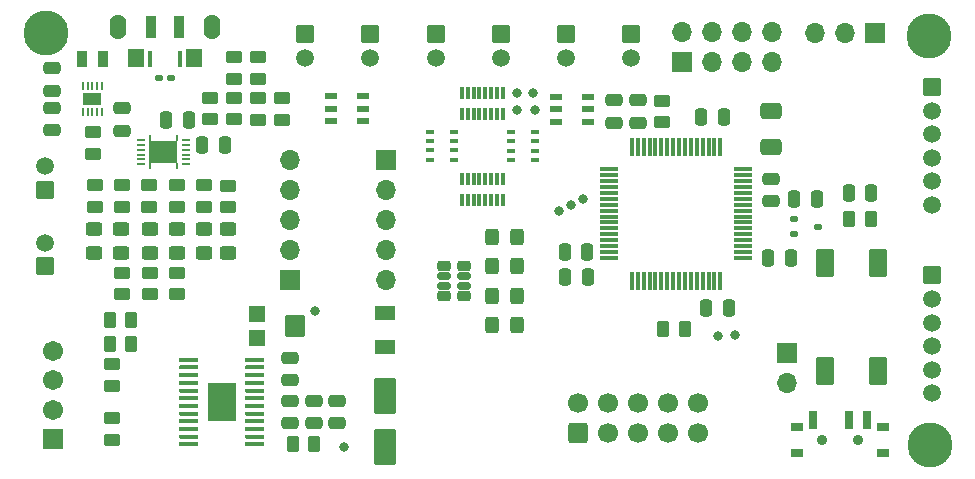
<source format=gbr>
%TF.GenerationSoftware,KiCad,Pcbnew,8.0.8*%
%TF.CreationDate,2025-03-17T17:43:28-04:00*%
%TF.ProjectId,tuner time,74756e65-7220-4746-996d-652e6b696361,rev?*%
%TF.SameCoordinates,Original*%
%TF.FileFunction,Soldermask,Top*%
%TF.FilePolarity,Negative*%
%FSLAX46Y46*%
G04 Gerber Fmt 4.6, Leading zero omitted, Abs format (unit mm)*
G04 Created by KiCad (PCBNEW 8.0.8) date 2025-03-17 17:43:28*
%MOMM*%
%LPD*%
G01*
G04 APERTURE LIST*
G04 Aperture macros list*
%AMRoundRect*
0 Rectangle with rounded corners*
0 $1 Rounding radius*
0 $2 $3 $4 $5 $6 $7 $8 $9 X,Y pos of 4 corners*
0 Add a 4 corners polygon primitive as box body*
4,1,4,$2,$3,$4,$5,$6,$7,$8,$9,$2,$3,0*
0 Add four circle primitives for the rounded corners*
1,1,$1+$1,$2,$3*
1,1,$1+$1,$4,$5*
1,1,$1+$1,$6,$7*
1,1,$1+$1,$8,$9*
0 Add four rect primitives between the rounded corners*
20,1,$1+$1,$2,$3,$4,$5,0*
20,1,$1+$1,$4,$5,$6,$7,0*
20,1,$1+$1,$6,$7,$8,$9,0*
20,1,$1+$1,$8,$9,$2,$3,0*%
%AMFreePoly0*
4,1,21,-0.300000,0.050000,-0.296194,0.069134,-0.285355,0.085355,-0.269134,0.096194,-0.250000,0.100000,0.250000,0.100000,0.269134,0.096194,0.285355,0.085355,0.296194,0.069134,0.300000,0.050000,0.300000,-0.050000,0.296194,-0.069134,0.285355,-0.085355,0.269134,-0.096194,0.250000,-0.100000,-0.250000,-0.100000,-0.269134,-0.096194,-0.285355,-0.085355,-0.296194,-0.069134,-0.300000,-0.050000,
-0.300000,0.050000,-0.300000,0.050000,$1*%
G04 Aperture macros list end*
%ADD10C,0.000000*%
%ADD11RoundRect,0.075000X0.700000X0.075000X-0.700000X0.075000X-0.700000X-0.075000X0.700000X-0.075000X0*%
%ADD12RoundRect,0.075000X0.075000X0.700000X-0.075000X0.700000X-0.075000X-0.700000X0.075000X-0.700000X0*%
%ADD13R,1.600000X0.300000*%
%ADD14R,2.400000X3.280001*%
%ADD15R,1.003300X0.558800*%
%ADD16FreePoly0,180.000000*%
%ADD17RoundRect,0.050000X0.050000X-0.212500X0.050000X0.212500X-0.050000X0.212500X-0.050000X-0.212500X0*%
%ADD18R,2.450000X1.950000*%
%ADD19R,0.203200X0.660400*%
%ADD20R,1.600200X0.990600*%
%ADD21C,0.800000*%
%ADD22RoundRect,0.102000X0.700000X-1.050000X0.700000X1.050000X-0.700000X1.050000X-0.700000X-1.050000X0*%
%ADD23RoundRect,0.102000X0.654000X-0.654000X0.654000X0.654000X-0.654000X0.654000X-0.654000X-0.654000X0*%
%ADD24C,1.512000*%
%ADD25RoundRect,0.102000X-0.654000X0.654000X-0.654000X-0.654000X0.654000X-0.654000X0.654000X0.654000X0*%
%ADD26R,0.457200X1.371600*%
%ADD27R,1.422400X1.549400*%
%ADD28R,0.889000X1.905000*%
%ADD29O,1.422400X2.108200*%
%ADD30RoundRect,0.102000X-0.754000X0.754000X-0.754000X-0.754000X0.754000X-0.754000X0.754000X0.754000X0*%
%ADD31C,1.712000*%
%ADD32R,0.901700X1.397000*%
%ADD33R,1.778000X1.270000*%
%ADD34RoundRect,0.250000X-0.450000X0.325000X-0.450000X-0.325000X0.450000X-0.325000X0.450000X0.325000X0*%
%ADD35RoundRect,0.250000X-0.325000X-0.450000X0.325000X-0.450000X0.325000X0.450000X-0.325000X0.450000X0*%
%ADD36RoundRect,0.102000X-0.800000X1.400000X-0.800000X-1.400000X0.800000X-1.400000X0.800000X1.400000X0*%
%ADD37R,0.635000X0.406400*%
%ADD38RoundRect,0.250000X-0.450000X0.262500X-0.450000X-0.262500X0.450000X-0.262500X0.450000X0.262500X0*%
%ADD39RoundRect,0.250000X0.250000X0.475000X-0.250000X0.475000X-0.250000X-0.475000X0.250000X-0.475000X0*%
%ADD40RoundRect,0.250000X0.450000X-0.262500X0.450000X0.262500X-0.450000X0.262500X-0.450000X-0.262500X0*%
%ADD41RoundRect,0.250000X0.475000X-0.250000X0.475000X0.250000X-0.475000X0.250000X-0.475000X-0.250000X0*%
%ADD42RoundRect,0.250000X0.262500X0.450000X-0.262500X0.450000X-0.262500X-0.450000X0.262500X-0.450000X0*%
%ADD43RoundRect,0.250000X-0.475000X0.250000X-0.475000X-0.250000X0.475000X-0.250000X0.475000X0.250000X0*%
%ADD44RoundRect,0.250000X0.600000X-0.600000X0.600000X0.600000X-0.600000X0.600000X-0.600000X-0.600000X0*%
%ADD45C,1.700000*%
%ADD46RoundRect,0.250000X-0.250000X-0.475000X0.250000X-0.475000X0.250000X0.475000X-0.250000X0.475000X0*%
%ADD47R,1.700000X1.700000*%
%ADD48O,1.700000X1.700000*%
%ADD49RoundRect,0.250000X0.650000X-0.412500X0.650000X0.412500X-0.650000X0.412500X-0.650000X-0.412500X0*%
%ADD50RoundRect,0.112500X-0.237500X0.112500X-0.237500X-0.112500X0.237500X-0.112500X0.237500X0.112500X0*%
%ADD51RoundRect,0.126000X0.226000X0.126000X-0.226000X0.126000X-0.226000X-0.126000X0.226000X-0.126000X0*%
%ADD52C,2.600000*%
%ADD53C,3.800000*%
%ADD54RoundRect,0.101000X-0.101000X0.421000X-0.101000X-0.421000X0.101000X-0.421000X0.101000X0.421000X0*%
%ADD55RoundRect,0.250000X-0.262500X-0.450000X0.262500X-0.450000X0.262500X0.450000X-0.262500X0.450000X0*%
%ADD56RoundRect,0.101000X0.101000X-0.421000X0.101000X0.421000X-0.101000X0.421000X-0.101000X-0.421000X0*%
%ADD57RoundRect,0.221000X0.346000X0.221000X-0.346000X0.221000X-0.346000X-0.221000X0.346000X-0.221000X0*%
%ADD58RoundRect,0.171000X0.396000X0.171000X-0.396000X0.171000X-0.396000X-0.171000X0.396000X-0.171000X0*%
%ADD59RoundRect,0.102000X-0.600000X-0.600000X0.600000X-0.600000X0.600000X0.600000X-0.600000X0.600000X0*%
%ADD60RoundRect,0.102000X-0.750000X-0.800000X0.750000X-0.800000X0.750000X0.800000X-0.750000X0.800000X0*%
%ADD61R,1.000000X0.800000*%
%ADD62C,0.900000*%
%ADD63R,0.700000X1.500000*%
G04 APERTURE END LIST*
D10*
%TO.C,U5*%
G36*
X165375001Y-130250001D02*
G01*
X163775000Y-130250001D01*
X163775000Y-129949999D01*
X165375001Y-129949999D01*
X165375001Y-130250001D01*
G37*
G36*
X165375001Y-130899999D02*
G01*
X163775000Y-130899999D01*
X163775000Y-130600000D01*
X165375001Y-130600000D01*
X165375001Y-130899999D01*
G37*
G36*
X165375001Y-131550000D02*
G01*
X163775000Y-131550000D01*
X163775000Y-131249998D01*
X165375001Y-131249998D01*
X165375001Y-131550000D01*
G37*
G36*
X165375001Y-132199999D02*
G01*
X163775000Y-132199999D01*
X163775000Y-131900000D01*
X165375001Y-131900000D01*
X165375001Y-132199999D01*
G37*
G36*
X165375001Y-132850000D02*
G01*
X163775000Y-132850000D01*
X163775000Y-132549998D01*
X165375001Y-132549998D01*
X165375001Y-132850000D01*
G37*
G36*
X165375001Y-133499999D02*
G01*
X163775000Y-133499999D01*
X163775000Y-133200000D01*
X165375001Y-133200000D01*
X165375001Y-133499999D01*
G37*
G36*
X165375001Y-134150000D02*
G01*
X163775000Y-134150000D01*
X163775000Y-133849998D01*
X165375001Y-133849998D01*
X165375001Y-134150000D01*
G37*
G36*
X165375001Y-134799999D02*
G01*
X163775000Y-134799999D01*
X163775000Y-134500000D01*
X165375001Y-134500000D01*
X165375001Y-134799999D01*
G37*
G36*
X165375001Y-135450000D02*
G01*
X163775000Y-135450000D01*
X163775000Y-135149998D01*
X165375001Y-135149998D01*
X165375001Y-135450000D01*
G37*
G36*
X165375001Y-136099999D02*
G01*
X163775000Y-136099999D01*
X163775000Y-135800000D01*
X165375001Y-135800000D01*
X165375001Y-136099999D01*
G37*
G36*
X165375001Y-136750000D02*
G01*
X163775000Y-136750000D01*
X163775000Y-136449998D01*
X165375001Y-136449998D01*
X165375001Y-136750000D01*
G37*
G36*
X165375001Y-137399999D02*
G01*
X163775000Y-137399999D01*
X163775000Y-137099999D01*
X165375001Y-137099999D01*
X165375001Y-137399999D01*
G37*
G36*
X170975000Y-130250001D02*
G01*
X169374999Y-130250001D01*
X169374999Y-129950001D01*
X170975000Y-129950001D01*
X170975000Y-130250001D01*
G37*
G36*
X170975000Y-130900002D02*
G01*
X169374999Y-130900002D01*
X169374999Y-130600000D01*
X170975000Y-130600000D01*
X170975000Y-130900002D01*
G37*
G36*
X170975000Y-131550000D02*
G01*
X169374999Y-131550000D01*
X169374999Y-131250001D01*
X170975000Y-131250001D01*
X170975000Y-131550000D01*
G37*
G36*
X170975000Y-132200002D02*
G01*
X169374999Y-132200002D01*
X169374999Y-131900000D01*
X170975000Y-131900000D01*
X170975000Y-132200002D01*
G37*
G36*
X170975000Y-132850000D02*
G01*
X169374999Y-132850000D01*
X169374999Y-132550001D01*
X170975000Y-132550001D01*
X170975000Y-132850000D01*
G37*
G36*
X170975000Y-133500002D02*
G01*
X169374999Y-133500002D01*
X169374999Y-133200000D01*
X170975000Y-133200000D01*
X170975000Y-133500002D01*
G37*
G36*
X170975000Y-134150000D02*
G01*
X169374999Y-134150000D01*
X169374999Y-133850001D01*
X170975000Y-133850001D01*
X170975000Y-134150000D01*
G37*
G36*
X170975000Y-134800002D02*
G01*
X169374999Y-134800002D01*
X169374999Y-134500000D01*
X170975000Y-134500000D01*
X170975000Y-134800002D01*
G37*
G36*
X170975000Y-135450000D02*
G01*
X169374999Y-135450000D01*
X169374999Y-135150001D01*
X170975000Y-135150001D01*
X170975000Y-135450000D01*
G37*
G36*
X170975000Y-136100002D02*
G01*
X169374999Y-136100002D01*
X169374999Y-135800000D01*
X170975000Y-135800000D01*
X170975000Y-136100002D01*
G37*
G36*
X170975000Y-136750000D02*
G01*
X169374999Y-136750000D01*
X169374999Y-136450001D01*
X170975000Y-136450001D01*
X170975000Y-136750000D01*
G37*
G36*
X170975000Y-137400001D02*
G01*
X169374999Y-137400001D01*
X169374999Y-137099999D01*
X170975000Y-137099999D01*
X170975000Y-137400001D01*
G37*
%TD*%
D11*
%TO.C,U7*%
X211525000Y-121475000D03*
X211525000Y-120975000D03*
X211525000Y-120475000D03*
X211525000Y-119975000D03*
X211525000Y-119475000D03*
X211525000Y-118975000D03*
X211525000Y-118475000D03*
X211525000Y-117975000D03*
X211525000Y-117475000D03*
X211525000Y-116975000D03*
X211525000Y-116475000D03*
X211525000Y-115975000D03*
X211525000Y-115475000D03*
X211525000Y-114975000D03*
X211525000Y-114475000D03*
X211525000Y-113975000D03*
D12*
X209600000Y-112050000D03*
X209100000Y-112050000D03*
X208600000Y-112050000D03*
X208100000Y-112050000D03*
X207600000Y-112050000D03*
X207100000Y-112050000D03*
X206600000Y-112050000D03*
X206100000Y-112050000D03*
X205600000Y-112050000D03*
X205100000Y-112050000D03*
X204600000Y-112050000D03*
X204100000Y-112050000D03*
X203600000Y-112050000D03*
X203100000Y-112050000D03*
X202600000Y-112050000D03*
X202100000Y-112050000D03*
D11*
X200175000Y-113975000D03*
X200175000Y-114475000D03*
X200175000Y-114975000D03*
X200175000Y-115475000D03*
X200175000Y-115975000D03*
X200175000Y-116475000D03*
X200175000Y-116975000D03*
X200175000Y-117475000D03*
X200175000Y-117975000D03*
X200175000Y-118475000D03*
X200175000Y-118975000D03*
X200175000Y-119475000D03*
X200175000Y-119975000D03*
X200175000Y-120475000D03*
X200175000Y-120975000D03*
X200175000Y-121475000D03*
D12*
X202100000Y-123400000D03*
X202600000Y-123400000D03*
X203100000Y-123400000D03*
X203600000Y-123400000D03*
X204100000Y-123400000D03*
X204600000Y-123400000D03*
X205100000Y-123400000D03*
X205600000Y-123400000D03*
X206100000Y-123400000D03*
X206600000Y-123400000D03*
X207100000Y-123400000D03*
X207600000Y-123400000D03*
X208100000Y-123400000D03*
X208600000Y-123400000D03*
X209100000Y-123400000D03*
X209600000Y-123400000D03*
%TD*%
D13*
%TO.C,U5*%
X164575001Y-130100001D03*
X164575001Y-130750000D03*
X164575001Y-131399998D03*
X164575001Y-132049999D03*
X164575001Y-132699998D03*
X164575001Y-133349999D03*
X164575001Y-133999998D03*
X164575001Y-134649999D03*
X164575001Y-135299998D03*
X164575001Y-135949999D03*
X164575001Y-136599998D03*
X164575001Y-137249999D03*
X170174999Y-137249999D03*
X170174999Y-136600000D03*
X170174999Y-135949999D03*
X170174999Y-135300001D03*
X170174999Y-134649999D03*
X170174999Y-134000001D03*
X170174999Y-133350002D03*
X170174999Y-132700001D03*
X170174999Y-132050002D03*
X170174999Y-131400001D03*
X170174999Y-130750002D03*
X170174999Y-130100001D03*
D14*
X167375000Y-133675000D03*
%TD*%
D15*
%TO.C,U4*%
X198402550Y-109925000D03*
X198402550Y-108875000D03*
X198402550Y-107825000D03*
X195697450Y-107825000D03*
X195697450Y-108875000D03*
X195697450Y-109925000D03*
%TD*%
%TO.C,U3*%
X179377550Y-109900000D03*
X179377550Y-108850000D03*
X179377550Y-107800000D03*
X176672450Y-107800000D03*
X176672450Y-108850000D03*
X176672450Y-109900000D03*
%TD*%
D16*
%TO.C,U2*%
X164332500Y-113530000D03*
X164332500Y-113130000D03*
X164332500Y-112730000D03*
X164332500Y-112330000D03*
X164332500Y-111930000D03*
X164332500Y-111530000D03*
X160532500Y-111530000D03*
X160532500Y-111930000D03*
X160532500Y-112330000D03*
X160532500Y-112730000D03*
X160532500Y-113130000D03*
X160532500Y-113530000D03*
D17*
X163557500Y-113717500D03*
X163557500Y-111342500D03*
D18*
X162432500Y-112530000D03*
D17*
X161307500Y-113717500D03*
X161307500Y-111342500D03*
%TD*%
D19*
%TO.C,U1*%
X155624875Y-109155275D03*
X156024925Y-109155275D03*
X156424975Y-109155275D03*
X156825025Y-109155275D03*
X157225075Y-109155275D03*
X157225075Y-106894675D03*
X156825025Y-106894675D03*
X156424975Y-106894675D03*
X156024925Y-106894675D03*
X155624875Y-106894675D03*
D20*
X156424975Y-108024975D03*
%TD*%
D21*
%TO.C,TP13*%
X175275000Y-125950000D03*
%TD*%
%TO.C,TP12*%
X210825000Y-128000000D03*
%TD*%
%TO.C,TP11*%
X209400000Y-128125000D03*
%TD*%
%TO.C,TP10*%
X198000000Y-116475000D03*
%TD*%
%TO.C,TP9*%
X196925000Y-116975000D03*
%TD*%
%TO.C,TP8*%
X195975000Y-117475000D03*
%TD*%
%TO.C,TP6*%
X192375000Y-108975000D03*
%TD*%
%TO.C,TP5*%
X193875000Y-108950000D03*
%TD*%
%TO.C,TP4*%
X192375000Y-107475000D03*
%TD*%
%TO.C,TP3*%
X193700000Y-107475000D03*
%TD*%
%TO.C,TP1*%
X177725000Y-137475000D03*
%TD*%
D22*
%TO.C,SW8*%
X218475000Y-131025000D03*
X222975000Y-131025000D03*
X218475000Y-121925000D03*
X222975000Y-121925000D03*
%TD*%
D23*
%TO.C,SW7*%
X202075000Y-102525000D03*
D24*
X202075000Y-104525000D03*
%TD*%
D23*
%TO.C,SW6*%
X196545000Y-102525000D03*
D24*
X196545000Y-104525000D03*
%TD*%
D23*
%TO.C,SW5*%
X191015000Y-102525000D03*
D24*
X191015000Y-104525000D03*
%TD*%
D23*
%TO.C,SW4*%
X185485000Y-102525000D03*
D24*
X185485000Y-104525000D03*
%TD*%
D23*
%TO.C,SW3*%
X179955000Y-102525000D03*
D24*
X179955000Y-104525000D03*
%TD*%
D23*
%TO.C,SW2*%
X174425000Y-102525000D03*
D24*
X174425000Y-104525000D03*
%TD*%
D25*
%TO.C,SW1*%
X152437500Y-115725000D03*
D24*
X152437500Y-113725000D03*
%TD*%
D26*
%TO.C,J11*%
X161275000Y-104618500D03*
X163875000Y-104618500D03*
D27*
X165037499Y-104529600D03*
X160112501Y-104529600D03*
D28*
X163762500Y-101954299D03*
X161387500Y-101954299D03*
D29*
X166525000Y-101954299D03*
X158625000Y-101954299D03*
%TD*%
D30*
%TO.C,J7*%
X153100000Y-136825000D03*
D31*
X153100000Y-134325000D03*
X153100000Y-131825000D03*
X153100000Y-129325000D03*
%TD*%
D25*
%TO.C,J3*%
X152425000Y-122200000D03*
D24*
X152425000Y-120200000D03*
%TD*%
D23*
%TO.C,J2*%
X227525000Y-107000000D03*
D24*
X227525000Y-109000000D03*
X227525000Y-111000000D03*
X227525000Y-113000000D03*
X227525000Y-115000000D03*
X227525000Y-117000000D03*
%TD*%
D23*
%TO.C,J1*%
X227550000Y-122950000D03*
D24*
X227550000Y-124950000D03*
X227550000Y-126950000D03*
X227550000Y-128950000D03*
X227550000Y-130950000D03*
X227550000Y-132950000D03*
%TD*%
D32*
%TO.C,F2*%
X155529650Y-104600000D03*
X157320350Y-104600000D03*
%TD*%
D33*
%TO.C,F1*%
X181200000Y-126177600D03*
X181200000Y-129022400D03*
%TD*%
D34*
%TO.C,D10*%
X167950000Y-119000000D03*
X167950000Y-121050000D03*
%TD*%
D35*
%TO.C,D9*%
X190305000Y-127175000D03*
X192355000Y-127175000D03*
%TD*%
%TO.C,D8*%
X190305000Y-124675000D03*
X192355000Y-124675000D03*
%TD*%
%TO.C,D7*%
X190305000Y-122175000D03*
X192355000Y-122175000D03*
%TD*%
%TO.C,D6*%
X190305000Y-119675000D03*
X192355000Y-119675000D03*
%TD*%
D34*
%TO.C,D5*%
X156565625Y-118987500D03*
X156565625Y-121037500D03*
%TD*%
%TO.C,D4*%
X158879218Y-118987500D03*
X158879218Y-121037500D03*
%TD*%
%TO.C,D3*%
X161300000Y-118987500D03*
X161300000Y-121037500D03*
%TD*%
%TO.C,D2*%
X165850000Y-118987500D03*
X165850000Y-121037500D03*
%TD*%
%TO.C,D1*%
X163600000Y-118987500D03*
X163600000Y-121037500D03*
%TD*%
D36*
%TO.C,C10*%
X181224999Y-133150002D03*
X181224999Y-137450002D03*
%TD*%
D37*
%TO.C,C7*%
X191834000Y-110791803D03*
X191834000Y-111591804D03*
X191834000Y-112391802D03*
X191834000Y-113191803D03*
X193866000Y-113191803D03*
X193866000Y-112391802D03*
X193866000Y-111591804D03*
X193866000Y-110791803D03*
%TD*%
%TO.C,C6*%
X185009000Y-110775000D03*
X185009000Y-111575001D03*
X185009000Y-112374999D03*
X185009000Y-113175000D03*
X187041000Y-113175000D03*
X187041000Y-112374999D03*
X187041000Y-111575001D03*
X187041000Y-110775000D03*
%TD*%
D38*
%TO.C,R21*%
X167950000Y-115362500D03*
X167950000Y-117187500D03*
%TD*%
D39*
%TO.C,C22*%
X210325000Y-125725000D03*
X208425000Y-125725000D03*
%TD*%
D38*
%TO.C,R7*%
X172500000Y-107950000D03*
X172500000Y-109775000D03*
%TD*%
D40*
%TO.C,R3*%
X161255000Y-117150000D03*
X161255000Y-115325000D03*
%TD*%
D41*
%TO.C,C1*%
X153024975Y-110649975D03*
X153024975Y-108749975D03*
%TD*%
D38*
%TO.C,R1*%
X163581096Y-115325000D03*
X163581096Y-117150000D03*
%TD*%
D42*
%TO.C,R15*%
X159737499Y-126750002D03*
X157912499Y-126750002D03*
%TD*%
D43*
%TO.C,C20*%
X213925000Y-114775000D03*
X213925000Y-116675000D03*
%TD*%
%TO.C,C12*%
X175169665Y-133549998D03*
X175169665Y-135449998D03*
%TD*%
D38*
%TO.C,R18*%
X158119666Y-135037498D03*
X158119666Y-136862498D03*
%TD*%
D44*
%TO.C,J9*%
X197570000Y-136327500D03*
D45*
X197570000Y-133787500D03*
X200110000Y-136327500D03*
X200110000Y-133787500D03*
X202650000Y-136327500D03*
X202650000Y-133787500D03*
X205190000Y-136327500D03*
X205190000Y-133787500D03*
X207730000Y-136327500D03*
X207730000Y-133787500D03*
%TD*%
D46*
%TO.C,C16*%
X215850000Y-116450000D03*
X217750000Y-116450000D03*
%TD*%
D40*
%TO.C,R19*%
X158094666Y-132312498D03*
X158094666Y-130487498D03*
%TD*%
D39*
%TO.C,C15*%
X222375000Y-115975000D03*
X220475000Y-115975000D03*
%TD*%
D42*
%TO.C,R16*%
X159712499Y-128725002D03*
X157887499Y-128725002D03*
%TD*%
D38*
%TO.C,R2*%
X165857189Y-115325000D03*
X165857189Y-117150000D03*
%TD*%
%TO.C,R24*%
X163600000Y-122712500D03*
X163600000Y-124537500D03*
%TD*%
%TO.C,R17*%
X161300000Y-122712500D03*
X161300000Y-124537500D03*
%TD*%
D43*
%TO.C,C8*%
X173150000Y-133549998D03*
X173150000Y-135449998D03*
%TD*%
D41*
%TO.C,C21*%
X202652500Y-110025000D03*
X202652500Y-108125000D03*
%TD*%
D47*
%TO.C,J5*%
X181250000Y-113175000D03*
D48*
X181250000Y-115715000D03*
X181250000Y-118255000D03*
X181250000Y-120795000D03*
X181250000Y-123335000D03*
%TD*%
D49*
%TO.C,C25*%
X213925000Y-112125000D03*
X213925000Y-109000000D03*
%TD*%
D38*
%TO.C,R6*%
X170450000Y-107950000D03*
X170450000Y-109775000D03*
%TD*%
D46*
%TO.C,C4*%
X165732500Y-111892500D03*
X167632500Y-111892500D03*
%TD*%
D43*
%TO.C,C11*%
X177124999Y-133575000D03*
X177124999Y-135475000D03*
%TD*%
D38*
%TO.C,R5*%
X156625000Y-115325000D03*
X156625000Y-117150000D03*
%TD*%
D50*
%TO.C,U6*%
X215825000Y-118175000D03*
X215825000Y-119475000D03*
X217825000Y-118825000D03*
%TD*%
D51*
%TO.C,U8*%
X163075000Y-106250000D03*
X162075000Y-106250000D03*
%TD*%
D52*
%TO.C,H2*%
X227325000Y-137325000D03*
D53*
X227325000Y-137325000D03*
%TD*%
D39*
%TO.C,C23*%
X198325000Y-120975000D03*
X196425000Y-120975000D03*
%TD*%
%TO.C,C18*%
X198350000Y-123050000D03*
X196450000Y-123050000D03*
%TD*%
D38*
%TO.C,R4*%
X158912500Y-115325000D03*
X158912500Y-117150000D03*
%TD*%
D54*
%TO.C,RN2*%
X191200000Y-114780000D03*
X190700000Y-114780000D03*
X190200000Y-114780000D03*
X189700000Y-114780000D03*
X189200000Y-114780000D03*
X188700000Y-114780000D03*
X188200000Y-114780000D03*
X187700000Y-114780000D03*
X187700000Y-116570000D03*
X188200000Y-116570000D03*
X188700000Y-116570000D03*
X189200000Y-116570000D03*
X189700000Y-116570000D03*
X190200000Y-116570000D03*
X190700000Y-116570000D03*
X191200000Y-116570000D03*
%TD*%
D40*
%TO.C,R9*%
X166350000Y-109725000D03*
X166350000Y-107900000D03*
%TD*%
D42*
%TO.C,R13*%
X175212499Y-137225002D03*
X173387499Y-137225002D03*
%TD*%
D52*
%TO.C,H3*%
X227300000Y-102650000D03*
D53*
X227300000Y-102650000D03*
%TD*%
D38*
%TO.C,R10*%
X168400000Y-104487500D03*
X168400000Y-106312500D03*
%TD*%
%TO.C,R11*%
X168400000Y-107925000D03*
X168400000Y-109750000D03*
%TD*%
D46*
%TO.C,C24*%
X208000000Y-109525000D03*
X209900000Y-109525000D03*
%TD*%
D55*
%TO.C,R23*%
X220512500Y-118175000D03*
X222337500Y-118175000D03*
%TD*%
D56*
%TO.C,RN1*%
X187700000Y-109270000D03*
X188200000Y-109270000D03*
X188700000Y-109270000D03*
X189200000Y-109270000D03*
X189700000Y-109270000D03*
X190200000Y-109270000D03*
X190700000Y-109270000D03*
X191200000Y-109270000D03*
X191200000Y-107480000D03*
X190700000Y-107480000D03*
X190200000Y-107480000D03*
X189700000Y-107480000D03*
X189200000Y-107480000D03*
X188700000Y-107480000D03*
X188200000Y-107480000D03*
X187700000Y-107480000D03*
%TD*%
D57*
%TO.C,RN3*%
X187900000Y-124725000D03*
D58*
X187900000Y-123825000D03*
X187900000Y-123025000D03*
D57*
X187900000Y-122125000D03*
X186160000Y-122125000D03*
D58*
X186160000Y-123025000D03*
X186160000Y-123825000D03*
D57*
X186160000Y-124725000D03*
%TD*%
D52*
%TO.C,H1*%
X152475000Y-102450000D03*
D53*
X152475000Y-102450000D03*
%TD*%
D41*
%TO.C,C3*%
X158975000Y-110700000D03*
X158975000Y-108800000D03*
%TD*%
D40*
%TO.C,R22*%
X204650000Y-109987500D03*
X204650000Y-108162500D03*
%TD*%
%TO.C,R14*%
X158900000Y-124537500D03*
X158900000Y-122712500D03*
%TD*%
%TO.C,R8*%
X156475000Y-112637500D03*
X156475000Y-110812500D03*
%TD*%
D47*
%TO.C,J6*%
X206375000Y-104875000D03*
D48*
X206375000Y-102335000D03*
X208915000Y-104875000D03*
X208915000Y-102335000D03*
X211455000Y-104875000D03*
X211455000Y-102335000D03*
X213995000Y-104875000D03*
X213995000Y-102335000D03*
%TD*%
D47*
%TO.C,J4*%
X173125000Y-123325000D03*
D48*
X173125000Y-120785000D03*
X173125000Y-118245000D03*
X173125000Y-115705000D03*
X173125000Y-113165000D03*
%TD*%
D47*
%TO.C,J8*%
X215250000Y-129500000D03*
D48*
X215250000Y-132040000D03*
%TD*%
D42*
%TO.C,R20*%
X206600000Y-127500000D03*
X204775000Y-127500000D03*
%TD*%
D41*
%TO.C,C9*%
X173150000Y-131825000D03*
X173150000Y-129925000D03*
%TD*%
%TO.C,C5*%
X153024975Y-107324975D03*
X153024975Y-105424975D03*
%TD*%
D46*
%TO.C,C2*%
X162675000Y-109775000D03*
X164575000Y-109775000D03*
%TD*%
D59*
%TO.C,RV1*%
X170350000Y-126250000D03*
D60*
X173600000Y-127250000D03*
D59*
X170350000Y-128250000D03*
%TD*%
D46*
%TO.C,C17*%
X213650000Y-121475000D03*
X215550000Y-121475000D03*
%TD*%
D47*
%TO.C,J10*%
X222675000Y-102425000D03*
D48*
X220135000Y-102425000D03*
X217595000Y-102425000D03*
%TD*%
D38*
%TO.C,R12*%
X170450000Y-104462500D03*
X170450000Y-106287500D03*
%TD*%
D41*
%TO.C,C19*%
X200625000Y-110025000D03*
X200625000Y-108125000D03*
%TD*%
D61*
%TO.C,SW9*%
X216075000Y-135820000D03*
X216075000Y-138030000D03*
D62*
X218225000Y-136930000D03*
X221225000Y-136930000D03*
D61*
X223375000Y-135820000D03*
X223375000Y-138030000D03*
D63*
X217475000Y-135170000D03*
X220475000Y-135170000D03*
X221975000Y-135170000D03*
%TD*%
M02*

</source>
